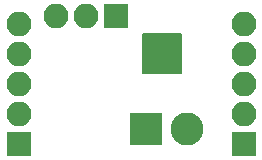
<source format=gbr>
G04 #@! TF.GenerationSoftware,KiCad,Pcbnew,5.0.0*
G04 #@! TF.CreationDate,2018-10-11T21:07:35-04:00*
G04 #@! TF.ProjectId,I2C_Thermocouple,4932435F546865726D6F636F75706C65,rev?*
G04 #@! TF.SameCoordinates,Original*
G04 #@! TF.FileFunction,Soldermask,Bot*
G04 #@! TF.FilePolarity,Negative*
%FSLAX46Y46*%
G04 Gerber Fmt 4.6, Leading zero omitted, Abs format (unit mm)*
G04 Created by KiCad (PCBNEW 5.0.0) date Thu Oct 11 21:07:35 2018*
%MOMM*%
%LPD*%
G01*
G04 APERTURE LIST*
%ADD10C,0.150000*%
%ADD11O,2.100000X2.100000*%
%ADD12R,2.100000X2.100000*%
%ADD13R,2.800000X2.800000*%
%ADD14C,2.800000*%
G04 APERTURE END LIST*
D10*
G36*
X193421000Y-82169000D02*
X196596000Y-82169000D01*
X196596000Y-85471000D01*
X193421000Y-85471000D01*
X193421000Y-82169000D01*
G37*
X193421000Y-82169000D02*
X196596000Y-82169000D01*
X196596000Y-85471000D01*
X193421000Y-85471000D01*
X193421000Y-82169000D01*
D11*
G04 #@! TO.C,J3*
X186055000Y-80645000D03*
X188595000Y-80645000D03*
D12*
X191135000Y-80645000D03*
G04 #@! TD*
G04 #@! TO.C,J4*
X201930000Y-91440000D03*
D11*
X201930000Y-88900000D03*
X201930000Y-86360000D03*
X201930000Y-83820000D03*
X201930000Y-81280000D03*
G04 #@! TD*
D12*
G04 #@! TO.C,J1*
X182880000Y-91440000D03*
D11*
X182880000Y-88900000D03*
X182880000Y-86360000D03*
X182880000Y-83820000D03*
X182880000Y-81280000D03*
G04 #@! TD*
D13*
G04 #@! TO.C,J2*
X193675000Y-90170000D03*
D14*
X197175000Y-90170000D03*
G04 #@! TD*
M02*

</source>
